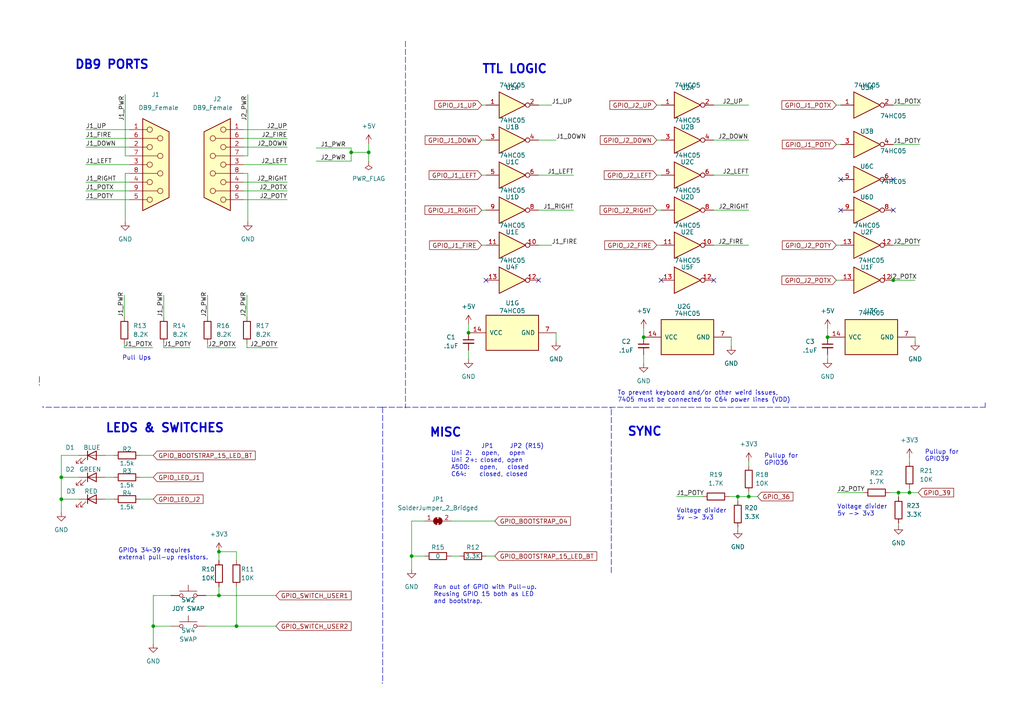
<source format=kicad_sch>
(kicad_sch (version 20211123) (generator eeschema)
  (paper "A4")
  (title_block (title "Unijoysticle 2 C64") (date "2022-07-17") (rev "A") (company "Ricardo Quesada"))
  (lib_symbols
    (symbol "74xx:74LS05" (pin_names (offset 1.016))
      (property "Reference" "U" (at 0 1.27 0))
      (property "Value" "74LS05" (at 0 -1.27 0))
      (symbol "74LS05_1_0"
        (polyline (pts (xy -3.81 3.81) (xy -3.81 -3.81) (xy 3.81 0) (xy -3.81 3.81)) (stroke (width 0.254)) (fill (type background)))
        (pin input line (at -7.62 0 0) (length 3.81) (name "~") (number "1"))
        (pin open_collector inverted (at 7.62 0 180) (length 3.81) (name "~") (number "2"))
      )
      (symbol "74LS05_2_0"
        (polyline (pts (xy -3.81 3.81) (xy -3.81 -3.81) (xy 3.81 0) (xy -3.81 3.81)) (stroke (width 0.254)) (fill (type background)))
        (pin input line (at -7.62 0 0) (length 3.81) (name "~") (number "3"))
        (pin open_collector inverted (at 7.62 0 180) (length 3.81) (name "~") (number "4"))
      )
      (symbol "74LS05_3_0"
        (polyline (pts (xy -3.81 3.81) (xy -3.81 -3.81) (xy 3.81 0) (xy -3.81 3.81)) (stroke (width 0.254)) (fill (type background)))
        (pin input line (at -7.62 0 0) (length 3.81) (name "~") (number "5"))
        (pin open_collector inverted (at 7.62 0 180) (length 3.81) (name "~") (number "6"))
      )
      (symbol "74LS05_4_0"
        (polyline (pts (xy -3.81 3.81) (xy -3.81 -3.81) (xy 3.81 0) (xy -3.81 3.81)) (stroke (width 0.254)) (fill (type background)))
        (pin open_collector inverted (at 7.62 0 180) (length 3.81) (name "~") (number "8"))
        (pin input line (at -7.62 0 0) (length 3.81) (name "~") (number "9"))
      )
      (symbol "74LS05_5_0"
        (polyline (pts (xy -3.81 3.81) (xy -3.81 -3.81) (xy 3.81 0) (xy -3.81 3.81)) (stroke (width 0.254)) (fill (type background)))
        (pin open_collector inverted (at 7.62 0 180) (length 3.81) (name "~") (number "10"))
        (pin input line (at -7.62 0 0) (length 3.81) (name "~") (number "11"))
      )
      (symbol "74LS05_6_0"
        (polyline (pts (xy -3.81 3.81) (xy -3.81 -3.81) (xy 3.81 0) (xy -3.81 3.81)) (stroke (width 0.254)) (fill (type background)))
        (pin open_collector inverted (at 7.62 0 180) (length 3.81) (name "~") (number "12"))
        (pin input line (at -7.62 0 0) (length 3.81) (name "~") (number "13"))
      )
      (symbol "74LS05_7_0"
        (pin power_in line (at 0 12.7 270) (length 5.08) (name "VCC") (number "14"))
        (pin power_in line (at 0 -12.7 90) (length 5.08) (name "GND") (number "7"))
      )
      (symbol "74LS05_7_1"
        (rectangle (start -5.08 7.62) (end 5.08 -7.62) (stroke (width 0.254)) (fill (type background)))
      )
    )
    (symbol "Connector:DB9_Female" (pin_names (offset 1.016) hide)
      (property "Reference" "J" (at 0 13.97 0))
      (property "Value" "DB9_Female" (at 0 -14.605 0))
      (symbol "DB9_Female_0_1"
        (circle (center -1.778 -10.16) (radius 0.762))
        (circle (center -1.778 -5.08) (radius 0.762))
        (circle (center -1.778 0) (radius 0.762))
        (circle (center -1.778 5.08) (radius 0.762))
        (circle (center -1.778 10.16) (radius 0.762))
        (polyline (pts (xy -3.81 -10.16) (xy -2.54 -10.16)))
        (polyline (pts (xy -3.81 -7.62) (xy 0.508 -7.62)))
        (polyline (pts (xy -3.81 -5.08) (xy -2.54 -5.08)))
        (polyline (pts (xy -3.81 -2.54) (xy 0.508 -2.54)))
        (polyline (pts (xy -3.81 0) (xy -2.54 0)))
        (polyline (pts (xy -3.81 2.54) (xy 0.508 2.54)))
        (polyline (pts (xy -3.81 5.08) (xy -2.54 5.08)))
        (polyline (pts (xy -3.81 7.62) (xy 0.508 7.62)))
        (polyline (pts (xy -3.81 10.16) (xy -2.54 10.16)))
        (polyline (pts (xy -3.81 13.335) (xy -3.81 -13.335) (xy 3.81 -9.525) (xy 3.81 9.525) (xy -3.81 13.335)) (stroke (width 0.254)) (fill (type background)))
        (circle (center 1.27 -7.62) (radius 0.762))
        (circle (center 1.27 -2.54) (radius 0.762))
        (circle (center 1.27 2.54) (radius 0.762))
        (circle (center 1.27 7.62) (radius 0.762))
      )
      (symbol "DB9_Female_1_1"
        (pin passive line (at -7.62 10.16 0) (length 3.81) (name "1") (number "1"))
        (pin passive line (at -7.62 5.08 0) (length 3.81) (name "2") (number "2"))
        (pin passive line (at -7.62 0 0) (length 3.81) (name "3") (number "3"))
        (pin passive line (at -7.62 -5.08 0) (length 3.81) (name "4") (number "4"))
        (pin passive line (at -7.62 -10.16 0) (length 3.81) (name "5") (number "5"))
        (pin passive line (at -7.62 7.62 0) (length 3.81) (name "6") (number "6"))
        (pin passive line (at -7.62 2.54 0) (length 3.81) (name "7") (number "7"))
        (pin passive line (at -7.62 -2.54 0) (length 3.81) (name "8") (number "8"))
        (pin passive line (at -7.62 -7.62 0) (length 3.81) (name "9") (number "9"))
      )
    )
    (symbol "Device:C_Small" (pin_numbers hide) (pin_names (offset 0.254) hide)
      (property "Reference" "C" (at 0.254 1.778 0))
      (property "Value" "C_Small" (at 0.254 -2.032 0))
      (symbol "C_Small_0_1"
        (polyline (pts (xy -1.524 -0.508) (xy 1.524 -0.508)) (stroke (width 0.3302)))
        (polyline (pts (xy -1.524 0.508) (xy 1.524 0.508)) (stroke (width 0.3048)))
      )
      (symbol "C_Small_1_1"
        (pin passive line (at 0 2.54 270) (length 2.032) (name "~") (number "1"))
        (pin passive line (at 0 -2.54 90) (length 2.032) (name "~") (number "2"))
      )
    )
    (symbol "Device:LED" (pin_numbers hide) (pin_names (offset 1.016) hide)
      (property "Reference" "D" (at 0 2.54 0))
      (property "Value" "LED" (at 0 -2.54 0))
      (symbol "LED_0_1"
        (polyline (pts (xy -1.27 -1.27) (xy -1.27 1.27)) (stroke (width 0.254)))
        (polyline (pts (xy -1.27 0) (xy 1.27 0)))
        (polyline (pts (xy 1.27 -1.27) (xy 1.27 1.27) (xy -1.27 0) (xy 1.27 -1.27)) (stroke (width 0.254)))
        (polyline (pts (xy -3.048 -0.762) (xy -4.572 -2.286) (xy -3.81 -2.286) (xy -4.572 -2.286) (xy -4.572 -1.524)))
        (polyline (pts (xy -1.778 -0.762) (xy -3.302 -2.286) (xy -2.54 -2.286) (xy -3.302 -2.286) (xy -3.302 -1.524)))
      )
      (symbol "LED_1_1"
        (pin passive line (at -3.81 0 0) (length 2.54) (name "K") (number "1"))
        (pin passive line (at 3.81 0 180) (length 2.54) (name "A") (number "2"))
      )
    )
    (symbol "Device:R" (pin_numbers hide) (pin_names (offset 0))
      (property "Reference" "R" (at 2.032 0 90))
      (property "Value" "R" (at 0 0 90))
      (symbol "R_0_1"
        (rectangle (start -1.016 -2.54) (end 1.016 2.54) (stroke (width 0.254)))
      )
      (symbol "R_1_1"
        (pin passive line (at 0 3.81 270) (length 1.27) (name "~") (number "1"))
        (pin passive line (at 0 -3.81 90) (length 1.27) (name "~") (number "2"))
      )
    )
    (symbol "Jumper:SolderJumper_2_Bridged" (pin_names (offset 0) hide)
      (property "Reference" "JP" (at 0 2.032 0))
      (property "Value" "SolderJumper_2_Bridged" (at 0 -2.54 0))
      (symbol "SolderJumper_2_Bridged_0_1"
        (rectangle (start -0.508 0.508) (end 0.508 -0.508) (fill (type outline)))
        (arc (start -0.254 1.016) (mid -1.27 0) (end -0.254 -1.016))
        (arc (start -0.254 1.016) (mid -1.27 0) (end -0.254 -1.016) (fill (type outline)))
        (polyline (pts (xy -0.254 1.016) (xy -0.254 -1.016)))
        (polyline (pts (xy 0.254 1.016) (xy 0.254 -1.016)))
        (arc (start 0.254 -1.016) (mid 1.27 0) (end 0.254 1.016))
        (arc (start 0.254 -1.016) (mid 1.27 0) (end 0.254 1.016) (fill (type outline)))
      )
      (symbol "SolderJumper_2_Bridged_1_1"
        (pin passive line (at -3.81 0 0) (length 2.54) (name "A") (number "1"))
        (pin passive line (at 3.81 0 180) (length 2.54) (name "B") (number "2"))
      )
    )
    (symbol "Switch:SW_Push" (pin_numbers hide) (pin_names (offset 1.016) hide)
      (property "Reference" "SW" (at 1.27 2.54 0))
      (property "Value" "SW_Push" (at 0 -1.524 0))
      (symbol "SW_Push_0_1"
        (circle (center -2.032 0) (radius 0.508))
        (polyline (pts (xy 0 1.27) (xy 0 3.048)))
        (polyline (pts (xy 2.54 1.27) (xy -2.54 1.27)))
        (circle (center 2.032 0) (radius 0.508))
        (pin passive line (at -5.08 0 0) (length 2.54) (name "1") (number "1"))
        (pin passive line (at 5.08 0 180) (length 2.54) (name "2") (number "2"))
      )
    )
    (symbol "power:+3V3" (power) (pin_names (offset 0))
      (property "Value" "+3V3" (at 0 3.556 0))
      (symbol "+3V3_0_1"
        (polyline (pts (xy -0.762 1.27) (xy 0 2.54)))
        (polyline (pts (xy 0 0) (xy 0 2.54)))
        (polyline (pts (xy 0 2.54) (xy 0.762 1.27)))
      )
      (symbol "+3V3_1_1"
        (pin power_in line (at 0 0 90) (length 0) hide (name "+3V3") (number "1"))
      )
    )
    (symbol "power:+5V" (power) (pin_names (offset 0))
      (property "Value" "+5V" (at 0 3.556 0))
      (symbol "+5V_0_1"
        (polyline (pts (xy -0.762 1.27) (xy 0 2.54)))
        (polyline (pts (xy 0 0) (xy 0 2.54)))
        (polyline (pts (xy 0 2.54) (xy 0.762 1.27)))
      )
      (symbol "+5V_1_1"
        (pin power_in line (at 0 0 90) (length 0) hide (name "+5V") (number "1"))
      )
    )
    (symbol "power:GND" (power) (pin_names (offset 0))
      (property "Value" "GND" (at 0 -3.81 0))
      (symbol "GND_0_1"
        (polyline (pts (xy 0 0) (xy 0 -1.27) (xy 1.27 -1.27) (xy 0 -2.54) (xy -1.27 -1.27) (xy 0 -1.27)))
      )
      (symbol "GND_1_1"
        (pin power_in line (at 0 0 270) (length 0) hide (name "GND") (number "1"))
      )
    )
    (symbol "power:PWR_FLAG" (power) (pin_numbers hide) (pin_names (offset 0) hide)
      (property "Value" "PWR_FLAG" (at 0 3.81 0))
      (symbol "PWR_FLAG_0_0"
        (pin power_out line (at 0 0 90) (length 0) (name "pwr") (number "1"))
      )
      (symbol "PWR_FLAG_0_1"
        (polyline (pts (xy 0 0) (xy 0 1.27) (xy -1.016 1.905) (xy 0 2.54) (xy 1.016 1.905) (xy 0 1.27)))
      )
    )
  )
  (junction (at 213.995 144.018))
  (junction (at 263.779 142.875))
  (junction (at 17.78 144.78))
  (junction (at 63.5 160.02))
  (junction (at 44.45 181.61))
  (junction (at 217.17 144.018))
  (junction (at 135.89 96.52))
  (junction (at 186.69 97.79))
  (junction (at 101.854 44.196))
  (junction (at 106.934 44.196))
  (junction (at 17.78 138.43))
  (junction (at 240.03 97.79))
  (junction (at 63.5 172.72))
  (junction (at 259.08 81.28))
  (junction (at 119.38 161.29))
  (junction (at 260.604 142.875))
  (junction (at 68.58 181.61))
  (no_connect (at 140.97 81.28))
  (no_connect (at 156.21 81.28))
  (no_connect (at 259.08 52.07))
  (no_connect (at 259.08 60.96))
  (no_connect (at 243.84 52.07))
  (no_connect (at 243.84 60.96))
  (no_connect (at 207.01 81.28))
  (no_connect (at 191.77 81.28))
  (wire (pts (xy 263.779 141.605) (xy 263.779 142.875)))
  (wire (pts (xy 36.068 99.568) (xy 36.068 100.838)))
  (wire (pts (xy 37.592 42.672) (xy 24.892 42.672)))
  (wire (pts (xy 70.612 57.912) (xy 83.312 57.912)))
  (wire (pts (xy 207.01 50.8) (xy 217.17 50.8)))
  (wire (pts (xy 71.628 100.838) (xy 80.518 100.838)))
  (wire (pts (xy 68.58 160.02) (xy 68.58 162.56)))
  (wire (pts (xy 263.779 142.875) (xy 266.319 142.875)))
  (wire (pts (xy 119.38 151.13) (xy 119.38 161.29)))
  (wire (pts (xy 240.03 102.87) (xy 240.03 104.14)))
  (wire (pts (xy 17.78 138.43) (xy 17.78 144.78)))
  (wire (pts (xy 63.5 160.02) (xy 68.58 160.02)))
  (polyline (pts (xy 11.43 109.22) (xy 11.43 111.76)))
  (wire (pts (xy 37.592 37.592) (xy 24.892 37.592)))
  (wire (pts (xy 17.78 144.78) (xy 17.78 148.59)))
  (wire (pts (xy 135.89 101.6) (xy 135.89 104.14)))
  (wire (pts (xy 70.612 45.212) (xy 71.882 45.212)))
  (wire (pts (xy 101.854 44.196) (xy 101.854 46.736)))
  (wire (pts (xy 70.612 37.592) (xy 83.312 37.592)))
  (wire (pts (xy 71.628 99.568) (xy 71.628 100.838)))
  (wire (pts (xy 22.86 138.43) (xy 17.78 138.43)))
  (wire (pts (xy 30.48 138.43) (xy 33.02 138.43)))
  (wire (pts (xy 156.21 60.96) (xy 166.37 60.96)))
  (wire (pts (xy 40.64 138.43) (xy 44.45 138.43)))
  (polyline (pts (xy 177.292 166.116) (xy 177.292 118.364)))
  (polyline (pts (xy 110.49 118.11) (xy 285.75 118.11)))
  (wire (pts (xy 190.5 71.12) (xy 191.77 71.12)))
  (wire (pts (xy 140.97 30.48) (xy 139.7 30.48)))
  (wire (pts (xy 213.995 144.018) (xy 217.17 144.018)))
  (wire (pts (xy 40.64 132.08) (xy 44.45 132.08)))
  (wire (pts (xy 240.03 97.79) (xy 240.03 95.25)))
  (wire (pts (xy 71.882 50.292) (xy 71.882 64.262)))
  (wire (pts (xy 37.592 57.912) (xy 24.892 57.912)))
  (wire (pts (xy 17.78 144.78) (xy 22.86 144.78)))
  (wire (pts (xy 190.5 50.8) (xy 191.77 50.8)))
  (wire (pts (xy 186.69 97.79) (xy 186.69 95.25)))
  (wire (pts (xy 30.48 132.08) (xy 33.02 132.08)))
  (wire (pts (xy 260.604 142.875) (xy 260.604 144.145)))
  (wire (pts (xy 207.01 30.48) (xy 217.17 30.48)))
  (wire (pts (xy 260.604 151.765) (xy 260.604 152.4)))
  (wire (pts (xy 135.89 96.52) (xy 135.89 93.98)))
  (wire (pts (xy 68.58 181.61) (xy 80.01 181.61)))
  (wire (pts (xy 63.5 172.72) (xy 80.01 172.72)))
  (wire (pts (xy 265.43 97.79) (xy 265.43 99.06)))
  (wire (pts (xy 212.09 97.79) (xy 212.09 100.33)))
  (wire (pts (xy 242.57 81.28) (xy 243.84 81.28)))
  (wire (pts (xy 123.19 151.13) (xy 119.38 151.13)))
  (polyline (pts (xy 285.75 116.84) (xy 285.75 118.11)))
  (wire (pts (xy 36.322 27.432) (xy 36.322 45.212)))
  (polyline (pts (xy 177.038 118.364) (xy 177.292 118.364)))
  (wire (pts (xy 59.69 181.61) (xy 68.58 181.61)))
  (wire (pts (xy 44.45 181.61) (xy 49.53 181.61)))
  (wire (pts (xy 207.01 71.12) (xy 217.17 71.12)))
  (wire (pts (xy 242.57 41.91) (xy 243.84 41.91)))
  (wire (pts (xy 140.97 40.64) (xy 139.7 40.64)))
  (wire (pts (xy 186.69 102.87) (xy 186.69 105.41)))
  (wire (pts (xy 68.58 170.18) (xy 68.58 181.61)))
  (wire (pts (xy 259.08 41.91) (xy 266.7 41.91)))
  (polyline (pts (xy 110.998 118.11) (xy 12.446 118.11)))
  (wire (pts (xy 190.5 30.48) (xy 191.77 30.48)))
  (wire (pts (xy 213.995 152.908) (xy 213.995 153.543)))
  (wire (pts (xy 30.48 144.78) (xy 33.02 144.78)))
  (wire (pts (xy 71.882 27.432) (xy 71.882 45.212)))
  (wire (pts (xy 106.934 41.656) (xy 106.934 44.196)))
  (wire (pts (xy 63.5 162.56) (xy 63.5 160.02)))
  (wire (pts (xy 36.322 50.292) (xy 36.322 64.262)))
  (polyline (pts (xy 110.998 118.11) (xy 110.998 198.12)))
  (wire (pts (xy 71.628 85.598) (xy 71.628 91.948)))
  (wire (pts (xy 140.97 60.96) (xy 139.7 60.96)))
  (wire (pts (xy 91.694 42.926) (xy 101.854 42.926)))
  (wire (pts (xy 37.592 47.752) (xy 24.892 47.752)))
  (wire (pts (xy 217.17 133.858) (xy 217.17 135.128)))
  (wire (pts (xy 259.08 81.28) (xy 265.43 81.28)))
  (wire (pts (xy 59.69 172.72) (xy 63.5 172.72)))
  (wire (pts (xy 207.01 40.64) (xy 217.17 40.64)))
  (wire (pts (xy 243.84 30.48) (xy 242.57 30.48)))
  (wire (pts (xy 70.612 47.752) (xy 83.312 47.752)))
  (wire (pts (xy 60.198 100.838) (xy 68.453 100.838)))
  (wire (pts (xy 130.81 151.13) (xy 143.51 151.13)))
  (wire (pts (xy 258.064 142.875) (xy 260.604 142.875)))
  (wire (pts (xy 156.21 50.8) (xy 166.37 50.8)))
  (wire (pts (xy 190.5 60.96) (xy 191.77 60.96)))
  (wire (pts (xy 101.854 44.196) (xy 106.934 44.196)))
  (wire (pts (xy 156.21 40.64) (xy 161.29 40.64)))
  (wire (pts (xy 70.612 55.372) (xy 83.312 55.372)))
  (wire (pts (xy 91.694 46.736) (xy 101.854 46.736)))
  (wire (pts (xy 242.824 142.875) (xy 250.444 142.875)))
  (wire (pts (xy 17.78 132.08) (xy 17.78 138.43)))
  (polyline (pts (xy 12.446 117.856) (xy 12.446 118.11)))
  (wire (pts (xy 70.612 42.672) (xy 83.312 42.672)))
  (wire (pts (xy 60.198 85.598) (xy 60.198 91.948)))
  (wire (pts (xy 119.38 161.29) (xy 119.38 165.1)))
  (wire (pts (xy 70.612 50.292) (xy 71.882 50.292)))
  (wire (pts (xy 47.498 99.568) (xy 47.498 100.838)))
  (wire (pts (xy 22.86 132.08) (xy 17.78 132.08)))
  (wire (pts (xy 217.17 142.748) (xy 217.17 144.018)))
  (wire (pts (xy 259.08 71.12) (xy 266.7 71.12)))
  (wire (pts (xy 47.498 100.838) (xy 55.118 100.838)))
  (wire (pts (xy 63.5 170.18) (xy 63.5 172.72)))
  (wire (pts (xy 257.81 81.28) (xy 259.08 81.28)))
  (wire (pts (xy 106.934 44.196) (xy 106.934 46.736)))
  (wire (pts (xy 70.612 40.132) (xy 83.312 40.132)))
  (wire (pts (xy 161.29 96.52) (xy 161.29 99.06)))
  (wire (pts (xy 140.97 71.12) (xy 139.7 71.12)))
  (wire (pts (xy 196.215 144.018) (xy 203.835 144.018)))
  (wire (pts (xy 156.21 71.12) (xy 160.02 71.12)))
  (wire (pts (xy 190.5 40.64) (xy 191.77 40.64)))
  (wire (pts (xy 211.455 144.018) (xy 213.995 144.018)))
  (wire (pts (xy 260.604 142.875) (xy 263.779 142.875)))
  (wire (pts (xy 259.08 30.48) (xy 266.7 30.48)))
  (wire (pts (xy 37.592 55.372) (xy 24.892 55.372)))
  (wire (pts (xy 44.45 172.72) (xy 49.53 172.72)))
  (wire (pts (xy 40.64 144.78) (xy 44.45 144.78)))
  (wire (pts (xy 213.995 144.018) (xy 213.995 145.288)))
  (wire (pts (xy 263.779 132.715) (xy 263.779 133.985)))
  (wire (pts (xy 37.592 45.212) (xy 36.322 45.212)))
  (wire (pts (xy 37.592 52.832) (xy 24.892 52.832)))
  (wire (pts (xy 37.592 40.132) (xy 24.892 40.132)))
  (wire (pts (xy 36.068 100.838) (xy 44.323 100.838)))
  (wire (pts (xy 70.612 52.832) (xy 83.312 52.832)))
  (wire (pts (xy 101.854 42.926) (xy 101.854 44.196)))
  (wire (pts (xy 60.198 99.568) (xy 60.198 100.838)))
  (wire (pts (xy 140.97 161.29) (xy 143.51 161.29)))
  (wire (pts (xy 217.17 144.018) (xy 219.71 144.018)))
  (wire (pts (xy 44.45 181.61) (xy 44.45 186.69)))
  (wire (pts (xy 47.498 85.598) (xy 47.498 91.948)))
  (wire (pts (xy 44.45 172.72) (xy 44.45 181.61)))
  (wire (pts (xy 242.57 71.12) (xy 243.84 71.12)))
  (wire (pts (xy 123.19 161.29) (xy 119.38 161.29)))
  (wire (pts (xy 36.068 85.598) (xy 36.068 91.948)))
  (polyline (pts (xy 110.744 198.12) (xy 110.998 198.12)))
  (wire (pts (xy 37.592 50.292) (xy 36.322 50.292)))
  (wire (pts (xy 156.21 30.48) (xy 160.02 30.48)))
  (wire (pts (xy 140.97 50.8) (xy 139.7 50.8)))
  (polyline (pts (xy 117.602 11.938) (xy 117.602 118.364)))
  (wire (pts (xy 207.01 60.96) (xy 217.17 60.96)))
  (wire (pts (xy 130.81 161.29) (xy 133.35 161.29)))
  (text "Voltage divider\n5v -> 3v3" (at 242.824 149.86 0) (effects (font (size 1.27 1.27)) (justify left bottom)))
  (text "LEDS & SWITCHES" (at 30.48 125.73 0) (effects (font (size 2.4892 2.4892) (thickness 0.4978) bold) (justify left bottom)))
  (text "GPIOs 34~39 requires\nexternal pull-up resistors." (at 34.29 162.56 0) (effects (font (size 1.27 1.27)) (justify left bottom)))
  (text "To prevent keyboard and/or other weird issues,\n7405 must be connected to C64 power lines (VDD)" (at 179.07 116.84 0) (effects (font (size 1.27 1.27)) (justify left bottom)))
  (text "SYNC" (at 181.864 126.746 0) (effects (font (size 2.4892 2.4892) (thickness 0.4978) bold) (justify left bottom)))
  (text "DB9 PORTS" (at 21.59 20.32 0) (effects (font (size 2.4892 2.4892) (thickness 0.4978) bold) (justify left bottom)))
  (text "Pullup for\nGPIO39" (at 268.224 133.985 0) (effects (font (size 1.27 1.27)) (justify left bottom)))
  (text "TTL LOGIC" (at 139.7 21.59 0) (effects (font (size 2.4892 2.4892) (thickness 0.4978) bold) (justify left bottom)))
  (text "Pullup for\nGPIO36" (at 221.615 135.128 0) (effects (font (size 1.27 1.27)) (justify left bottom)))
  (text "Pull Ups" (at 35.433 104.648 0) (effects (font (size 1.27 1.27)) (justify left bottom)))
  (text "Run out of GPIO with Pull-up.\nReusing GPIO 15 both as LED\nand bootstrap." (at 125.73 175.26 0) (effects (font (size 1.27 1.27)) (justify left bottom)))
  (text "MISC" (at 124.46 127 0) (effects (font (size 2.4892 2.4892) (thickness 0.4978) bold) (justify left bottom)))
  (text "         JP1     JP2 (R15)\nUni 2:   open,   open\nUni 2+: closed, open\nA500:   open,   closed\nC64:    closed, closed\n" (at 130.81 138.43 0) (effects (font (size 1.27 1.27)) (justify left bottom)))
  (text "Voltage divider\n5v -> 3v3" (at 196.215 151.003 0) (effects (font (size 1.27 1.27)) (justify left bottom)))
  (label "J2_UP" (at 209.55 30.48 0))
  (label "J2_POTY" (at 83.312 57.912 180))
  (label "J1_RIGHT" (at 166.37 60.96 180))
  (label "J1_PWR" (at 36.322 35.052 90))
  (label "J2_RIGHT" (at 83.312 52.832 180))
  (label "J1_POTX" (at 36.068 100.838 0))
  (label "J2_RIGHT" (at 217.17 60.96 180))
  (label "J1_FIRE" (at 160.02 71.12 0))
  (label "J2_LEFT" (at 83.312 47.752 180))
  (label "J1_UP" (at 160.02 30.48 0))
  (label "J1_LEFT" (at 24.892 47.752 0))
  (label "J1_DOWN" (at 24.892 42.672 0))
  (label "J1_POTY" (at 24.892 57.912 0))
  (label "J1_DOWN" (at 161.29 40.64 0))
  (label "J1_POTX" (at 24.892 55.372 0))
  (label "J1_RIGHT" (at 24.892 52.832 0))
  (label "J1_UP" (at 24.892 37.592 0))
  (label "J2_POTY" (at 80.518 100.838 180))
  (label "J1_PWR" (at 36.068 91.948 90))
  (label "J2_DOWN" (at 83.312 42.672 180))
  (label "J2_LEFT" (at 217.17 50.8 180))
  (label "J2_PWR" (at 60.198 91.948 90))
  (label "J2_POTY" (at 242.824 142.875 0))
  (label "J1_POTY" (at 196.215 144.018 0))
  (label "J2_POTX" (at 68.453 100.838 180))
  (label "J1_FIRE" (at 24.892 40.132 0))
  (label "J2_FIRE" (at 83.312 40.132 180))
  (label "J1_POTX" (at 259.08 30.48 0))
  (label "J1_PWR" (at 47.498 91.948 90))
  (label "J2_POTY" (at 259.08 71.12 0))
  (label "J2_POTX" (at 83.312 55.372 180))
  (label "J1_POTY" (at 47.498 100.838 0))
  (label "J2_DOWN" (at 208.28 40.64 0))
  (label "J2_PWR" (at 92.964 46.736 0))
  (label "J2_PWR" (at 71.628 91.948 90))
  (label "J1_PWR" (at 92.964 42.926 0))
  (label "J2_POTX" (at 257.81 81.28 0))
  (label "J2_UP" (at 83.312 37.592 180))
  (label "J1_POTY" (at 259.08 41.91 0))
  (label "J2_PWR" (at 71.882 35.052 90))
  (label "J1_LEFT" (at 166.37 50.8 180))
  (label "J2_FIRE" (at 208.28 71.12 0))
  (global_label "GPIO_LED_J2" (shape input) (at 44.45 144.78 0) (property "Intersheet References" "${INTERSHEET_REFS}" (effects hide)))
  (global_label "GPIO_J2_LEFT" (shape input) (at 190.5 50.8 180) (property "Intersheet References" "${INTERSHEET_REFS}" (effects hide)))
  (global_label "GPIO_SWITCH_USER2" (shape input) (at 80.01 181.61 0) (property "Intersheet References" "${INTERSHEET_REFS}" (effects hide)))
  (global_label "GPIO_J1_POTY" (shape input) (at 242.57 41.91 180) (property "Intersheet References" "${INTERSHEET_REFS}" (effects hide)))
  (global_label "GPIO_J2_POTX" (shape input) (at 242.57 81.28 180) (property "Intersheet References" "${INTERSHEET_REFS}" (effects hide)))
  (global_label "GPIO_J1_LEFT" (shape input) (at 139.7 50.8 180) (property "Intersheet References" "${INTERSHEET_REFS}" (effects hide)))
  (global_label "GPIO_BOOTSTRAP_15_LED_BT" (shape input) (at 143.51 161.29 0) (property "Intersheet References" "${INTERSHEET_REFS}" (effects hide)))
  (global_label "GPIO_39" (shape input) (at 266.319 142.875 0) (property "Intersheet References" "${INTERSHEET_REFS}" (effects hide)))
  (global_label "GPIO_J2_DOWN" (shape input) (at 190.5 40.64 180) (property "Intersheet References" "${INTERSHEET_REFS}" (effects hide)))
  (global_label "GPIO_J1_UP" (shape input) (at 139.7 30.48 180) (property "Intersheet References" "${INTERSHEET_REFS}" (effects hide)))
  (global_label "GPIO_36" (shape input) (at 219.71 144.018 0) (property "Intersheet References" "${INTERSHEET_REFS}" (effects hide)))
  (global_label "GPIO_SWITCH_USER1" (shape input) (at 80.01 172.72 0) (property "Intersheet References" "${INTERSHEET_REFS}" (effects hide)))
  (global_label "GPIO_J1_DOWN" (shape input) (at 139.7 40.64 180) (property "Intersheet References" "${INTERSHEET_REFS}" (effects hide)))
  (global_label "GPIO_LED_J1" (shape input) (at 44.45 138.43 0) (property "Intersheet References" "${INTERSHEET_REFS}" (effects hide)))
  (global_label "GPIO_J1_FIRE" (shape input) (at 139.7 71.12 180) (property "Intersheet References" "${INTERSHEET_REFS}" (effects hide)))
  (global_label "GPIO_J2_FIRE" (shape input) (at 190.5 71.12 180) (property "Intersheet References" "${INTERSHEET_REFS}" (effects hide)))
  (global_label "GPIO_J2_POTY" (shape input) (at 242.57 71.12 180) (property "Intersheet References" "${INTERSHEET_REFS}" (effects hide)))
  (global_label "GPIO_J1_POTX" (shape input) (at 242.57 30.48 180) (property "Intersheet References" "${INTERSHEET_REFS}" (effects hide)))
  (global_label "GPIO_BOOTSTRAP_04" (shape input) (at 143.51 151.13 0) (property "Intersheet References" "${INTERSHEET_REFS}" (effects hide)))
  (global_label "GPIO_BOOTSTRAP_15_LED_BT" (shape input) (at 44.45 132.08 0) (property "Intersheet References" "${INTERSHEET_REFS}" (effects hide)))
  (global_label "GPIO_J2_UP" (shape input) (at 190.5 30.48 180) (property "Intersheet References" "${INTERSHEET_REFS}" (effects hide)))
  (global_label "GPIO_J1_RIGHT" (shape input) (at 139.7 60.96 180) (property "Intersheet References" "${INTERSHEET_REFS}" (effects hide)))
  (global_label "GPIO_J2_RIGHT" (shape input) (at 190.5 60.96 180) (property "Intersheet References" "${INTERSHEET_REFS}" (effects hide)))
  (symbol (lib_id "Connector:DB9_Female") (at 45.212 47.752 0) (unit 1)
    (property "Reference" "J1" (at 43.942 27.432 0) (effects (justify left)))
    (property "Value" "DB9_Female" (at 40.132 31.242 0) (effects (justify left)))
    (property "Footprint" "Connector_Dsub:DSUB-9_Female_Horizontal_P2.77x2.54mm_EdgePinOffset9.40mm" (effects hide))
    (property "Datasheet" " ~" (effects hide))
  )
  (symbol (lib_id "Connector:DB9_Female") (at 62.992 47.752 0) (mirror y) (unit 1)
    (property "Reference" "J2" (at 62.992 28.702 0))
    (property "Value" "DB9_Female" (at 61.722 31.242 0))
    (property "Footprint" "Connector_Dsub:DSUB-9_Female_Horizontal_P2.77x2.54mm_EdgePinOffset9.40mm" (effects hide))
    (property "Datasheet" " ~" (effects hide))
  )
  (symbol (lib_id "74xx:74LS05") (at 148.59 30.48 0) (unit 1)
    (property "Reference" "U1" (at 148.59 25.4 0))
    (property "Value" "74HC05" (at 148.59 24.7396 0))
    (property "Footprint" "Package_SO:SOIC-14_3.9x8.7mm_P1.27mm" (effects hide))
    (property "Datasheet" "http://www.ti.com/lit/gpn/sn74LS05" (effects hide))
  )
  (symbol (lib_id "74xx:74LS05") (at 148.59 40.64 0) (unit 2)
    (property "Reference" "U1" (at 148.59 36.83 0))
    (property "Value" "74HC05" (at 148.59 34.8996 0))
    (property "Footprint" "Package_SO:SOIC-14_3.9x8.7mm_P1.27mm" (effects hide))
    (property "Datasheet" "http://www.ti.com/lit/gpn/sn74LS05" (effects hide))
  )
  (symbol (lib_id "74xx:74LS05") (at 148.59 50.8 0) (unit 3)
    (property "Reference" "U1" (at 148.59 46.99 0))
    (property "Value" "74HC05" (at 148.59 45.0596 0))
    (property "Footprint" "Package_SO:SOIC-14_3.9x8.7mm_P1.27mm" (effects hide))
    (property "Datasheet" "http://www.ti.com/lit/gpn/sn74LS05" (effects hide))
  )
  (symbol (lib_id "74xx:74LS05") (at 148.59 60.96 0) (unit 4)
    (property "Reference" "U1" (at 148.59 57.15 0))
    (property "Value" "74HC05" (at 148.59 55.2196 0))
    (property "Footprint" "Package_SO:SOIC-14_3.9x8.7mm_P1.27mm" (effects hide))
    (property "Datasheet" "http://www.ti.com/lit/gpn/sn74LS05" (effects hide))
  )
  (symbol (lib_id "74xx:74LS05") (at 148.59 71.12 0) (unit 5)
    (property "Reference" "U1" (at 148.59 67.31 0))
    (property "Value" "74HC05" (at 148.59 65.3796 0))
    (property "Footprint" "Package_SO:SOIC-14_3.9x8.7mm_P1.27mm" (effects hide))
    (property "Datasheet" "http://www.ti.com/lit/gpn/sn74LS05" (effects hide))
  )
  (symbol (lib_id "74xx:74LS05") (at 148.59 96.52 90) (unit 7)
    (property "Reference" "U1" (at 150.622 87.884 90) (effects (justify left)))
    (property "Value" "74HC05" (at 152.4 90.17 90) (effects (justify left)))
    (property "Footprint" "Package_SO:SOIC-14_3.9x8.7mm_P1.27mm" (effects hide))
    (property "Datasheet" "http://www.ti.com/lit/gpn/sn74LS05" (effects hide))
  )
  (symbol (lib_id "74xx:74LS05") (at 199.39 30.48 0) (unit 1)
    (property "Reference" "U2" (at 199.39 25.4 0))
    (property "Value" "74HC05" (at 199.39 24.7396 0))
    (property "Footprint" "Package_SO:SOIC-14_3.9x8.7mm_P1.27mm" (effects hide))
    (property "Datasheet" "http://www.ti.com/lit/gpn/sn74LS05" (effects hide))
  )
  (symbol (lib_id "74xx:74LS05") (at 199.39 40.64 0) (unit 2)
    (property "Reference" "U2" (at 199.39 36.83 0))
    (property "Value" "74HC05" (at 199.39 34.8996 0))
    (property "Footprint" "Package_SO:SOIC-14_3.9x8.7mm_P1.27mm" (effects hide))
    (property "Datasheet" "http://www.ti.com/lit/gpn/sn74LS05" (effects hide))
  )
  (symbol (lib_id "74xx:74LS05") (at 199.39 50.8 0) (unit 3)
    (property "Reference" "U2" (at 199.39 46.99 0))
    (property "Value" "74HC05" (at 199.39 45.0596 0))
    (property "Footprint" "Package_SO:SOIC-14_3.9x8.7mm_P1.27mm" (effects hide))
    (property "Datasheet" "http://www.ti.com/lit/gpn/sn74LS05" (effects hide))
  )
  (symbol (lib_id "74xx:74LS05") (at 199.39 60.96 0) (unit 4)
    (property "Reference" "U2" (at 199.39 57.15 0))
    (property "Value" "74HC05" (at 199.39 55.2196 0))
    (property "Footprint" "Package_SO:SOIC-14_3.9x8.7mm_P1.27mm" (effects hide))
    (property "Datasheet" "http://www.ti.com/lit/gpn/sn74LS05" (effects hide))
  )
  (symbol (lib_id "74xx:74LS05") (at 199.39 71.12 0) (unit 5)
    (property "Reference" "U2" (at 199.39 67.31 0))
    (property "Value" "74HC05" (at 199.39 65.3796 0))
    (property "Footprint" "Package_SO:SOIC-14_3.9x8.7mm_P1.27mm" (effects hide))
    (property "Datasheet" "http://www.ti.com/lit/gpn/sn74LS05" (effects hide))
  )
  (symbol (lib_id "74xx:74LS05") (at 251.46 81.28 0) (unit 6)
    (property "Reference" "U1" (at 251.46 77.47 0))
    (property "Value" "74HC05" (at 252.73 75.5396 0))
    (property "Footprint" "Package_SO:SOIC-14_3.9x8.7mm_P1.27mm" (effects hide))
    (property "Datasheet" "http://www.ti.com/lit/gpn/sn74LS05" (effects hide))
  )
  (symbol (lib_id "74xx:74LS05") (at 251.46 71.12 0) (unit 6)
    (property "Reference" "U2" (at 251.46 67.31 0))
    (property "Value" "74HC05" (at 251.46 65.3796 0))
    (property "Footprint" "Package_SO:SOIC-14_3.9x8.7mm_P1.27mm" (effects hide))
    (property "Datasheet" "http://www.ti.com/lit/gpn/sn74LS05" (effects hide))
  )
  (symbol (lib_id "74xx:74LS05") (at 199.39 97.79 90) (unit 7)
    (property "Reference" "U2" (at 200.406 88.9 90) (effects (justify left)))
    (property "Value" "74HC05" (at 203.2 90.932 90) (effects (justify left)))
    (property "Footprint" "Package_SO:SOIC-14_3.9x8.7mm_P1.27mm" (effects hide))
    (property "Datasheet" "http://www.ti.com/lit/gpn/sn74LS05" (effects hide))
  )
  (symbol (lib_id "Device:LED") (at 26.67 138.43 0) (unit 1)
    (property "Reference" "D2" (at 20.32 136.144 0))
    (property "Value" "GREEN" (at 26.162 136.144 0))
    (property "Footprint" "LED_SMD:LED_0805_2012Metric_Pad1.15x1.40mm_HandSolder" (effects hide))
  )
  (symbol (lib_id "Device:LED") (at 26.67 144.78 0) (unit 1)
    (property "Reference" "D3" (at 20.574 142.494 0))
    (property "Value" "RED" (at 26.416 142.494 0))
    (property "Footprint" "LED_SMD:LED_0805_2012Metric_Pad1.15x1.40mm_HandSolder" (effects hide))
  )
  (symbol (lib_id "Switch:SW_Push") (at 54.61 172.72 0) (unit 1)
    (property "Reference" "SW2" (at 54.61 173.99 0))
    (property "Value" "JOY SWAP" (at 54.61 176.53 0))
    (property "Footprint" "Button_Switch_THT:SW_Tactile_SPST_Angled_PTS645Vx39-2LFS" (effects hide))
  )
  (symbol (lib_id "Device:R") (at 36.83 138.43 90) (unit 1)
    (property "Reference" "R3" (at 36.83 136.652 90))
    (property "Value" "1.5k" (at 36.83 140.716 90))
    (property "Footprint" "Resistor_SMD:R_0805_2012Metric_Pad1.20x1.40mm_HandSolder" (effects hide))
  )
  (symbol (lib_id "Device:C_Small") (at 240.03 100.33 0) (unit 1)
    (property "Reference" "C3" (at 234.95 99.06 0))
    (property "Value" ".1uF" (at 234.95 101.6 0))
    (property "Footprint" "Capacitor_SMD:C_0805_2012Metric_Pad1.18x1.45mm_HandSolder" (effects hide))
  )
  (symbol (lib_id "Device:C_Small") (at 186.69 100.33 0) (unit 1)
    (property "Reference" "C2" (at 181.61 99.06 0))
    (property "Value" ".1uF" (at 181.61 101.6 0))
    (property "Footprint" "Capacitor_SMD:C_0805_2012Metric_Pad1.18x1.45mm_HandSolder" (effects hide))
  )
  (symbol (lib_id "Device:C_Small") (at 135.89 99.06 0) (unit 1)
    (property "Reference" "C1" (at 130.81 97.79 0))
    (property "Value" ".1uF" (at 130.81 100.33 0))
    (property "Footprint" "Capacitor_SMD:C_0805_2012Metric_Pad1.18x1.45mm_HandSolder" (effects hide))
  )
  (symbol (lib_id "Device:LED") (at 26.67 132.08 0) (unit 1)
    (property "Reference" "D1" (at 20.32 129.794 0))
    (property "Value" "BLUE" (at 26.67 129.794 0))
    (property "Footprint" "LED_SMD:LED_0805_2012Metric_Pad1.15x1.40mm_HandSolder" (effects hide))
  )
  (symbol (lib_id "Device:R") (at 36.83 132.08 90) (unit 1)
    (property "Reference" "R2" (at 36.83 130.302 90))
    (property "Value" "1.5k" (at 36.83 134.366 90))
    (property "Footprint" "Resistor_SMD:R_0805_2012Metric_Pad1.20x1.40mm_HandSolder" (effects hide))
  )
  (symbol (lib_id "Device:R") (at 36.83 144.78 90) (unit 1)
    (property "Reference" "R4" (at 36.83 143.002 90))
    (property "Value" "1.5k" (at 36.83 147.066 90))
    (property "Footprint" "Resistor_SMD:R_0805_2012Metric_Pad1.20x1.40mm_HandSolder" (effects hide))
  )
  (symbol (lib_id "74xx:74LS05") (at 251.46 30.48 0) (unit 1)
    (property "Reference" "U3" (at 251.46 25.4 0))
    (property "Value" "74HC05" (at 251.46 24.7396 0))
    (property "Footprint" "Package_SO:SOIC-14_3.9x8.7mm_P1.27mm" (effects hide))
    (property "Datasheet" "http://www.ti.com/lit/gpn/sn74LS05" (effects hide))
  )
  (symbol (lib_id "74xx:74LS05") (at 251.46 41.91 0) (unit 2)
    (property "Reference" "U3" (at 251.46 38.1 0))
    (property "Value" "74HC05" (at 259.08 33.6296 0))
    (property "Footprint" "Package_SO:SOIC-14_3.9x8.7mm_P1.27mm" (effects hide))
    (property "Datasheet" "http://www.ti.com/lit/gpn/sn74LS05" (effects hide))
  )
  (symbol (lib_id "74xx:74LS05") (at 252.73 97.79 90) (unit 7)
    (property "Reference" "U3" (at 252.73 90.17 90))
    (property "Value" "74HC05" (at 252.73 90.7796 90))
    (property "Footprint" "Package_SO:SOIC-14_3.9x8.7mm_P1.27mm" (effects hide))
    (property "Datasheet" "http://www.ti.com/lit/gpn/sn74LS05" (effects hide))
  )
  (symbol (lib_id "power:+3V3") (at 217.17 133.858 0) (unit 1)
    (property "Reference" "#PWR022" (effects hide))
    (property "Value" "+3V3" (at 217.17 128.778 0))
  )
  (symbol (lib_id "Device:R") (at 213.995 149.098 0) (unit 1)
    (property "Reference" "R20" (at 215.9 147.32 0) (effects (justify left)))
    (property "Value" "3.3K" (at 215.9 149.86 0) (effects (justify left)))
    (property "Footprint" "Resistor_SMD:R_0805_2012Metric_Pad1.20x1.40mm_HandSolder" (effects hide))
  )
  (symbol (lib_id "Device:R") (at 260.604 147.955 0) (unit 1)
    (property "Reference" "R23" (at 262.89 146.6849 0) (effects (justify left)))
    (property "Value" "3.3K" (at 262.89 149.2249 0) (effects (justify left)))
    (property "Footprint" "Resistor_SMD:R_0805_2012Metric_Pad1.20x1.40mm_HandSolder" (effects hide))
  )
  (symbol (lib_id "Device:R") (at 36.068 95.758 0) (unit 1)
    (property "Reference" "R13" (at 38.608 94.4879 0) (effects (justify left)))
    (property "Value" "8.2K" (at 38.608 97.0279 0) (effects (justify left)))
    (property "Footprint" "Resistor_SMD:R_0805_2012Metric_Pad1.20x1.40mm_HandSolder" (effects hide))
  )
  (symbol (lib_id "Device:R") (at 71.628 95.758 0) (unit 1)
    (property "Reference" "R17" (at 74.168 94.4879 0) (effects (justify left)))
    (property "Value" "8.2K" (at 74.168 97.0279 0) (effects (justify left)))
    (property "Footprint" "Resistor_SMD:R_0805_2012Metric_Pad1.20x1.40mm_HandSolder" (effects hide))
  )
  (symbol (lib_id "power:GND") (at 212.09 100.33 0) (unit 1)
    (property "Reference" "#PWR037" (effects hide))
    (property "Value" "GND" (at 212.09 105.41 0))
  )
  (symbol (lib_id "power:+5V") (at 240.03 95.25 0) (unit 1)
    (property "Reference" "#PWR039" (effects hide))
    (property "Value" "+5V" (at 240.03 90.17 0))
  )
  (symbol (lib_id "power:+5V") (at 106.934 41.656 0) (unit 1)
    (property "Reference" "#PWR027" (effects hide))
    (property "Value" "+5V" (at 106.934 36.576 0))
  )
  (symbol (lib_id "Jumper:SolderJumper_2_Bridged") (at 127 151.13 0) (unit 1)
    (property "Reference" "JP1" (at 127 144.78 0))
    (property "Value" "SolderJumper_2_Bridged" (at 127 147.32 0))
    (property "Footprint" "Jumper:SolderJumper-2_P1.3mm_Bridged_Pad1.0x1.5mm" (effects hide))
  )
  (symbol (lib_id "Device:R") (at 127 161.29 90) (unit 1)
    (property "Reference" "R15" (at 127 158.75 90))
    (property "Value" "0" (at 127 161.29 90))
    (property "Footprint" "Resistor_SMD:R_0805_2012Metric_Pad1.20x1.40mm_HandSolder" (effects hide))
  )
  (symbol (lib_id "power:GND") (at 71.882 64.262 0) (unit 1)
    (property "Reference" "#PWR030" (effects hide))
    (property "Value" "GND" (at 71.882 69.342 0))
  )
  (symbol (lib_id "Device:R") (at 263.779 137.795 0) (unit 1)
    (property "Reference" "R21" (at 266.7 136.5249 0) (effects (justify left)))
    (property "Value" "10K" (at 266.7 139.0649 0) (effects (justify left)))
    (property "Footprint" "Resistor_SMD:R_0805_2012Metric_Pad1.20x1.40mm_HandSolder" (effects hide))
  )
  (symbol (lib_id "74xx:74LS05") (at 148.59 81.28 0) (unit 6)
    (property "Reference" "U4" (at 148.59 77.47 0))
    (property "Value" "74HC05" (at 148.59 75.5396 0))
    (property "Footprint" "Package_SO:SOIC-14_3.9x8.7mm_P1.27mm" (effects hide))
    (property "Datasheet" "http://www.ti.com/lit/gpn/sn74LS05" (effects hide))
  )
  (symbol (lib_id "Switch:SW_Push") (at 54.61 181.61 0) (unit 1)
    (property "Reference" "SW4" (at 54.61 182.88 0))
    (property "Value" "SWAP" (at 54.61 185.42 0))
    (property "Footprint" "Button_Switch_THT:SW_Tactile_SPST_Angled_PTS645Vx39-2LFS" (effects hide))
  )
  (symbol (lib_id "power:GND") (at 186.69 105.41 0) (unit 1)
    (property "Reference" "#PWR036" (effects hide))
    (property "Value" "GND" (at 186.69 110.49 0))
  )
  (symbol (lib_id "Device:R") (at 254.254 142.875 90) (unit 1)
    (property "Reference" "R22" (at 254.254 137.16 90))
    (property "Value" "1.7K" (at 254.254 139.7 90))
    (property "Footprint" "Resistor_SMD:R_0805_2012Metric_Pad1.20x1.40mm_HandSolder" (effects hide))
  )
  (symbol (lib_id "Device:R") (at 207.645 144.018 90) (unit 1)
    (property "Reference" "R19" (at 207.645 137.668 90))
    (property "Value" "1.7K" (at 207.645 140.208 90))
    (property "Footprint" "Resistor_SMD:R_0805_2012Metric_Pad1.20x1.40mm_HandSolder" (effects hide))
  )
  (symbol (lib_id "Device:R") (at 60.198 95.758 0) (unit 1)
    (property "Reference" "R16" (at 62.738 94.4879 0) (effects (justify left)))
    (property "Value" "8.2K" (at 62.738 97.0279 0) (effects (justify left)))
    (property "Footprint" "Resistor_SMD:R_0805_2012Metric_Pad1.20x1.40mm_HandSolder" (effects hide))
  )
  (symbol (lib_id "Device:R") (at 63.5 166.37 0) (unit 1)
    (property "Reference" "R10" (at 58.42 165.1 0) (effects (justify left)))
    (property "Value" "10K" (at 58.42 167.64 0) (effects (justify left)))
    (property "Footprint" "Resistor_SMD:R_0805_2012Metric_Pad1.20x1.40mm_HandSolder" (effects hide))
  )
  (symbol (lib_id "Device:R") (at 137.16 161.29 90) (unit 1)
    (property "Reference" "R12" (at 137.16 158.75 90))
    (property "Value" "3.3K" (at 137.16 161.29 90))
    (property "Footprint" "Resistor_SMD:R_0805_2012Metric_Pad1.20x1.40mm_HandSolder" (effects hide))
  )
  (symbol (lib_id "power:GND") (at 44.45 186.69 0) (unit 1)
    (property "Reference" "#PWR028" (effects hide))
    (property "Value" "GND" (at 44.45 191.77 0))
  )
  (symbol (lib_id "power:GND") (at 265.43 99.06 0) (unit 1)
    (property "Reference" "#PWR041" (effects hide))
    (property "Value" "GND" (at 265.43 104.14 0))
  )
  (symbol (lib_id "power:+5V") (at 186.69 95.25 0) (unit 1)
    (property "Reference" "#PWR035" (effects hide))
    (property "Value" "+5V" (at 186.69 90.17 0))
  )
  (symbol (lib_id "power:GND") (at 213.995 153.543 0) (unit 1)
    (property "Reference" "#PWR0103" (effects hide))
    (property "Value" "GND" (at 213.995 158.623 0))
  )
  (symbol (lib_id "power:GND") (at 161.29 99.06 0) (unit 1)
    (property "Reference" "#PWR034" (effects hide))
    (property "Value" "GND" (at 161.29 104.14 0))
  )
  (symbol (lib_id "Device:R") (at 47.498 95.758 0) (unit 1)
    (property "Reference" "R14" (at 50.038 94.4879 0) (effects (justify left)))
    (property "Value" "8.2K" (at 50.038 97.0279 0) (effects (justify left)))
    (property "Footprint" "Resistor_SMD:R_0805_2012Metric_Pad1.20x1.40mm_HandSolder" (effects hide))
  )
  (symbol (lib_id "power:PWR_FLAG") (at 106.934 46.736 180) (unit 1)
    (property "Reference" "#FLG0102" (effects hide))
    (property "Value" "PWR_FLAG" (at 106.934 51.816 0))
  )
  (symbol (lib_id "power:+3V3") (at 263.779 132.715 0) (unit 1)
    (property "Reference" "#PWR0101" (effects hide))
    (property "Value" "+3V3" (at 263.779 127.635 0))
  )
  (symbol (lib_id "74xx:74LS05") (at 199.39 81.28 0) (unit 6)
    (property "Reference" "U5" (at 199.39 77.47 0))
    (property "Value" "74HC05" (at 199.39 75.5396 0))
    (property "Footprint" "Package_SO:SOIC-14_3.9x8.7mm_P1.27mm" (effects hide))
    (property "Datasheet" "http://www.ti.com/lit/gpn/sn74LS05" (effects hide))
  )
  (symbol (lib_id "Device:R") (at 68.58 166.37 0) (unit 1)
    (property "Reference" "R11" (at 69.85 165.1 0) (effects (justify left)))
    (property "Value" "10K" (at 69.85 167.64 0) (effects (justify left)))
    (property "Footprint" "Resistor_SMD:R_0805_2012Metric_Pad1.20x1.40mm_HandSolder" (effects hide))
  )
  (symbol (lib_id "74xx:74LS05") (at 251.46 52.07 0) (unit 3)
    (property "Reference" "U6" (at 251.46 48.26 0))
    (property "Value" "74HC05" (at 259.08 43.7896 0))
    (property "Footprint" "Package_SO:SOIC-14_3.9x8.7mm_P1.27mm" (effects hide))
    (property "Datasheet" "http://www.ti.com/lit/gpn/sn74LS05" (effects hide))
  )
  (symbol (lib_id "power:+3V3") (at 63.5 160.02 0) (unit 1)
    (property "Reference" "#PWR029" (effects hide))
    (property "Value" "+3V3" (at 63.5 154.94 0))
  )
  (symbol (lib_id "Device:R") (at 217.17 138.938 0) (unit 1)
    (property "Reference" "R18" (at 219.075 137.6679 0) (effects (justify left)))
    (property "Value" "10K" (at 219.075 140.2079 0) (effects (justify left)))
    (property "Footprint" "Resistor_SMD:R_0805_2012Metric_Pad1.20x1.40mm_HandSolder" (effects hide))
  )
  (symbol (lib_id "power:GND") (at 240.03 104.14 0) (unit 1)
    (property "Reference" "#PWR040" (effects hide))
    (property "Value" "GND" (at 240.03 109.22 0))
  )
  (symbol (lib_id "power:GND") (at 260.604 152.4 0) (unit 1)
    (property "Reference" "#PWR0102" (effects hide))
    (property "Value" "GND" (at 260.604 157.48 0))
  )
  (symbol (lib_id "power:GND") (at 119.38 165.1 0) (unit 1)
    (property "Reference" "#PWR031" (effects hide))
    (property "Value" "GND" (at 119.38 170.18 0))
  )
  (symbol (lib_id "power:+5V") (at 135.89 93.98 0) (unit 1)
    (property "Reference" "#PWR032" (effects hide))
    (property "Value" "+5V" (at 135.89 88.9 0))
  )
  (symbol (lib_id "74xx:74LS05") (at 251.46 60.96 0) (unit 4)
    (property "Reference" "U6" (at 251.46 57.15 0))
    (property "Value" "74HC05" (at 259.08 52.6796 0))
    (property "Footprint" "Package_SO:SOIC-14_3.9x8.7mm_P1.27mm" (effects hide))
    (property "Datasheet" "http://www.ti.com/lit/gpn/sn74LS05" (effects hide))
  )
  (symbol (lib_id "power:GND") (at 135.89 104.14 0) (unit 1)
    (property "Reference" "#PWR033" (effects hide))
    (property "Value" "GND" (at 135.89 109.22 0))
  )
  (symbol (lib_id "power:GND") (at 36.322 64.262 0) (unit 1)
    (property "Reference" "#PWR026" (effects hide))
    (property "Value" "GND" (at 36.322 69.3674 0))
  )
  (symbol (lib_id "power:GND") (at 17.78 148.59 0) (unit 1)
    (property "Reference" "#PWR025" (effects hide))
    (property "Value" "GND" (at 17.78 153.67 0))
  )
)
</source>
